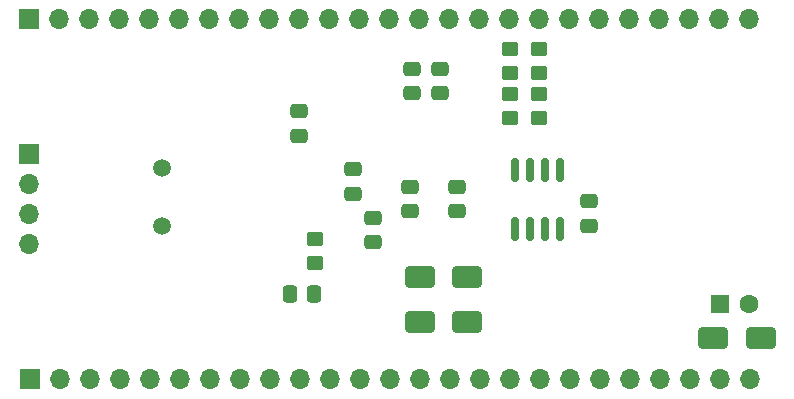
<source format=gbr>
%TF.GenerationSoftware,KiCad,Pcbnew,8.0.1*%
%TF.CreationDate,2024-03-27T10:15:15-03:00*%
%TF.ProjectId,CPU Stm32G431,43505520-5374-46d3-9332-473433312e6b,rev?*%
%TF.SameCoordinates,Original*%
%TF.FileFunction,Soldermask,Bot*%
%TF.FilePolarity,Negative*%
%FSLAX46Y46*%
G04 Gerber Fmt 4.6, Leading zero omitted, Abs format (unit mm)*
G04 Created by KiCad (PCBNEW 8.0.1) date 2024-03-27 10:15:15*
%MOMM*%
%LPD*%
G01*
G04 APERTURE LIST*
G04 Aperture macros list*
%AMRoundRect*
0 Rectangle with rounded corners*
0 $1 Rounding radius*
0 $2 $3 $4 $5 $6 $7 $8 $9 X,Y pos of 4 corners*
0 Add a 4 corners polygon primitive as box body*
4,1,4,$2,$3,$4,$5,$6,$7,$8,$9,$2,$3,0*
0 Add four circle primitives for the rounded corners*
1,1,$1+$1,$2,$3*
1,1,$1+$1,$4,$5*
1,1,$1+$1,$6,$7*
1,1,$1+$1,$8,$9*
0 Add four rect primitives between the rounded corners*
20,1,$1+$1,$2,$3,$4,$5,0*
20,1,$1+$1,$4,$5,$6,$7,0*
20,1,$1+$1,$6,$7,$8,$9,0*
20,1,$1+$1,$8,$9,$2,$3,0*%
G04 Aperture macros list end*
%ADD10RoundRect,0.250000X-0.337500X-0.475000X0.337500X-0.475000X0.337500X0.475000X-0.337500X0.475000X0*%
%ADD11R,1.600000X1.600000*%
%ADD12C,1.600000*%
%ADD13C,1.500000*%
%ADD14R,1.700000X1.700000*%
%ADD15O,1.700000X1.700000*%
%ADD16RoundRect,0.250000X-1.000000X-0.650000X1.000000X-0.650000X1.000000X0.650000X-1.000000X0.650000X0*%
%ADD17RoundRect,0.150000X0.150000X-0.825000X0.150000X0.825000X-0.150000X0.825000X-0.150000X-0.825000X0*%
%ADD18RoundRect,0.250000X0.450000X-0.350000X0.450000X0.350000X-0.450000X0.350000X-0.450000X-0.350000X0*%
%ADD19RoundRect,0.250000X-0.475000X0.337500X-0.475000X-0.337500X0.475000X-0.337500X0.475000X0.337500X0*%
%ADD20RoundRect,0.250000X-0.450000X0.350000X-0.450000X-0.350000X0.450000X-0.350000X0.450000X0.350000X0*%
%ADD21RoundRect,0.250000X1.000000X0.650000X-1.000000X0.650000X-1.000000X-0.650000X1.000000X-0.650000X0*%
%ADD22RoundRect,0.250000X0.475000X-0.337500X0.475000X0.337500X-0.475000X0.337500X-0.475000X-0.337500X0*%
G04 APERTURE END LIST*
D10*
%TO.C,C17*%
X141362500Y-112400000D03*
X143437500Y-112400000D03*
%TD*%
D11*
%TO.C,C7*%
X177774888Y-113300000D03*
D12*
X180274888Y-113300000D03*
%TD*%
D13*
%TO.C,Y1*%
X130550000Y-101800000D03*
X130550000Y-106680000D03*
%TD*%
D14*
%TO.C,J1*%
X119300000Y-100620000D03*
D15*
X119300000Y-103160000D03*
X119300000Y-105700000D03*
X119300000Y-108240000D03*
%TD*%
D16*
%TO.C,D3*%
X152380000Y-111000000D03*
X156380000Y-111000000D03*
%TD*%
D17*
%TO.C,U2*%
X164285000Y-106895000D03*
X163015000Y-106895000D03*
X161745000Y-106895000D03*
X160475000Y-106895000D03*
X160475000Y-101945000D03*
X161745000Y-101945000D03*
X163015000Y-101945000D03*
X164285000Y-101945000D03*
%TD*%
D18*
%TO.C,R7*%
X160000000Y-97500000D03*
X160000000Y-95500000D03*
%TD*%
D19*
%TO.C,C14*%
X151600000Y-103362500D03*
X151600000Y-105437500D03*
%TD*%
%TO.C,C12*%
X148400000Y-105962500D03*
X148400000Y-108037500D03*
%TD*%
D14*
%TO.C,J3*%
X119350000Y-119670000D03*
D15*
X121890000Y-119670000D03*
X124430000Y-119670000D03*
X126970000Y-119670000D03*
X129510000Y-119670000D03*
X132050000Y-119670000D03*
X134590000Y-119670000D03*
X137130000Y-119670000D03*
X139670000Y-119670000D03*
X142210000Y-119670000D03*
X144750000Y-119670000D03*
X147290000Y-119670000D03*
X149830000Y-119670000D03*
X152370000Y-119670000D03*
X154910000Y-119670000D03*
X157450000Y-119670000D03*
X159990000Y-119670000D03*
X162530000Y-119670000D03*
X165070000Y-119670000D03*
X167610000Y-119670000D03*
X170150000Y-119670000D03*
X172690000Y-119670000D03*
X175230000Y-119670000D03*
X177770000Y-119670000D03*
X180310000Y-119670000D03*
%TD*%
D20*
%TO.C,R5*%
X162500000Y-91700000D03*
X162500000Y-93700000D03*
%TD*%
D18*
%TO.C,R6*%
X162500000Y-97500000D03*
X162500000Y-95500000D03*
%TD*%
D16*
%TO.C,D4*%
X152375000Y-114800000D03*
X156375000Y-114800000D03*
%TD*%
D19*
%TO.C,C15*%
X146700000Y-101862500D03*
X146700000Y-103937500D03*
%TD*%
%TO.C,C13*%
X151700000Y-93362500D03*
X151700000Y-95437500D03*
%TD*%
%TO.C,C16*%
X155500000Y-103362500D03*
X155500000Y-105437500D03*
%TD*%
%TO.C,C11*%
X154100000Y-93362500D03*
X154100000Y-95437500D03*
%TD*%
D21*
%TO.C,D5*%
X181240000Y-116200000D03*
X177240000Y-116200000D03*
%TD*%
D14*
%TO.C,J2*%
X119340000Y-89190000D03*
D15*
X121880000Y-89190000D03*
X124420000Y-89190000D03*
X126960000Y-89190000D03*
X129500000Y-89190000D03*
X132040000Y-89190000D03*
X134580000Y-89190000D03*
X137120000Y-89190000D03*
X139660000Y-89190000D03*
X142200000Y-89190000D03*
X144740000Y-89190000D03*
X147280000Y-89190000D03*
X149820000Y-89190000D03*
X152360000Y-89190000D03*
X154900000Y-89190000D03*
X157440000Y-89190000D03*
X159980000Y-89190000D03*
X162520000Y-89190000D03*
X165060000Y-89190000D03*
X167600000Y-89190000D03*
X170140000Y-89190000D03*
X172680000Y-89190000D03*
X175220000Y-89190000D03*
X177760000Y-89190000D03*
X180300000Y-89190000D03*
%TD*%
D20*
%TO.C,R4*%
X160000000Y-91700000D03*
X160000000Y-93700000D03*
%TD*%
D18*
%TO.C,R1*%
X143500000Y-109800000D03*
X143500000Y-107800000D03*
%TD*%
D22*
%TO.C,C6*%
X166700000Y-106637500D03*
X166700000Y-104562500D03*
%TD*%
D19*
%TO.C,C1*%
X142200000Y-96962500D03*
X142200000Y-99037500D03*
%TD*%
M02*

</source>
